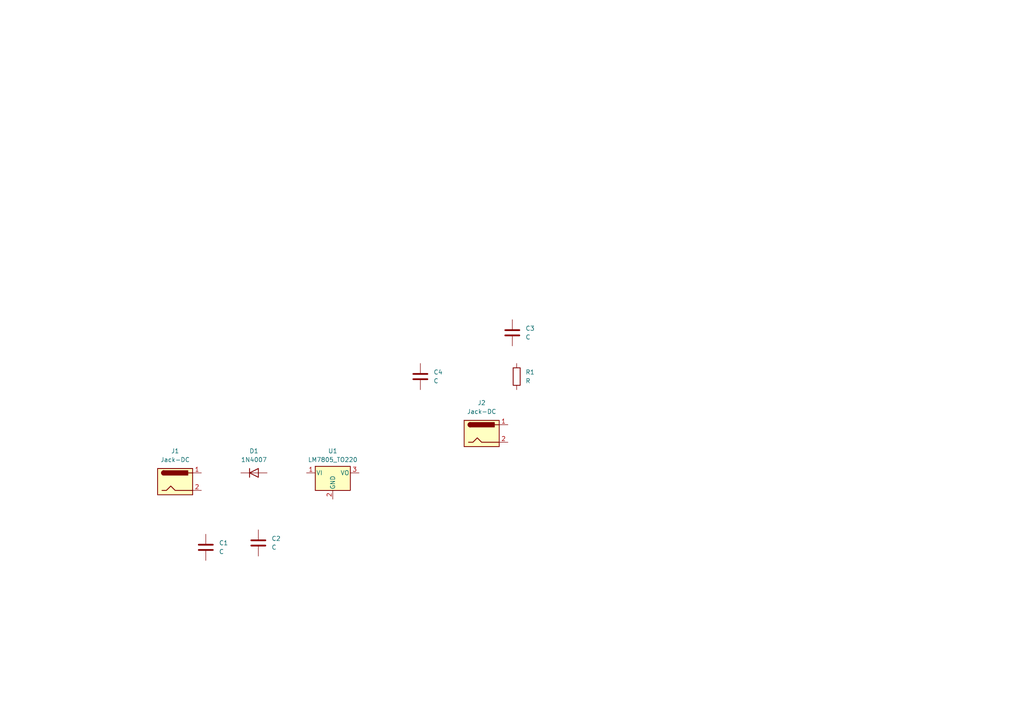
<source format=kicad_sch>
(kicad_sch
	(version 20250114)
	(generator "eeschema")
	(generator_version "9.0")
	(uuid "b661573f-5e08-43ea-bd88-17ea9646ffca")
	(paper "A4")
	(lib_symbols
		(symbol "Connector:Jack-DC"
			(pin_names
				(offset 1.016)
			)
			(exclude_from_sim no)
			(in_bom yes)
			(on_board yes)
			(property "Reference" "J"
				(at 0 5.334 0)
				(effects
					(font
						(size 1.27 1.27)
					)
				)
			)
			(property "Value" "Jack-DC"
				(at 0 -5.08 0)
				(effects
					(font
						(size 1.27 1.27)
					)
				)
			)
			(property "Footprint" ""
				(at 1.27 -1.016 0)
				(effects
					(font
						(size 1.27 1.27)
					)
					(hide yes)
				)
			)
			(property "Datasheet" "~"
				(at 1.27 -1.016 0)
				(effects
					(font
						(size 1.27 1.27)
					)
					(hide yes)
				)
			)
			(property "Description" "DC Barrel Jack"
				(at 0 0 0)
				(effects
					(font
						(size 1.27 1.27)
					)
					(hide yes)
				)
			)
			(property "ki_keywords" "DC power barrel jack connector"
				(at 0 0 0)
				(effects
					(font
						(size 1.27 1.27)
					)
					(hide yes)
				)
			)
			(property "ki_fp_filters" "BarrelJack*"
				(at 0 0 0)
				(effects
					(font
						(size 1.27 1.27)
					)
					(hide yes)
				)
			)
			(symbol "Jack-DC_0_1"
				(rectangle
					(start -5.08 3.81)
					(end 5.08 -3.81)
					(stroke
						(width 0.254)
						(type default)
					)
					(fill
						(type background)
					)
				)
				(polyline
					(pts
						(xy -3.81 -2.54) (xy -2.54 -2.54) (xy -1.27 -1.27) (xy 0 -2.54) (xy 2.54 -2.54) (xy 5.08 -2.54)
					)
					(stroke
						(width 0.254)
						(type default)
					)
					(fill
						(type none)
					)
				)
				(arc
					(start -3.302 1.905)
					(mid -3.9343 2.54)
					(end -3.302 3.175)
					(stroke
						(width 0.254)
						(type default)
					)
					(fill
						(type none)
					)
				)
				(arc
					(start -3.302 1.905)
					(mid -3.9343 2.54)
					(end -3.302 3.175)
					(stroke
						(width 0.254)
						(type default)
					)
					(fill
						(type outline)
					)
				)
				(rectangle
					(start 3.683 3.175)
					(end -3.302 1.905)
					(stroke
						(width 0.254)
						(type default)
					)
					(fill
						(type outline)
					)
				)
				(polyline
					(pts
						(xy 5.08 2.54) (xy 3.81 2.54)
					)
					(stroke
						(width 0.254)
						(type default)
					)
					(fill
						(type none)
					)
				)
			)
			(symbol "Jack-DC_1_1"
				(pin passive line
					(at 7.62 2.54 180)
					(length 2.54)
					(name "~"
						(effects
							(font
								(size 1.27 1.27)
							)
						)
					)
					(number "1"
						(effects
							(font
								(size 1.27 1.27)
							)
						)
					)
				)
				(pin passive line
					(at 7.62 -2.54 180)
					(length 2.54)
					(name "~"
						(effects
							(font
								(size 1.27 1.27)
							)
						)
					)
					(number "2"
						(effects
							(font
								(size 1.27 1.27)
							)
						)
					)
				)
			)
			(embedded_fonts no)
		)
		(symbol "Device:C"
			(pin_numbers
				(hide yes)
			)
			(pin_names
				(offset 0.254)
			)
			(exclude_from_sim no)
			(in_bom yes)
			(on_board yes)
			(property "Reference" "C"
				(at 0.635 2.54 0)
				(effects
					(font
						(size 1.27 1.27)
					)
					(justify left)
				)
			)
			(property "Value" "C"
				(at 0.635 -2.54 0)
				(effects
					(font
						(size 1.27 1.27)
					)
					(justify left)
				)
			)
			(property "Footprint" ""
				(at 0.9652 -3.81 0)
				(effects
					(font
						(size 1.27 1.27)
					)
					(hide yes)
				)
			)
			(property "Datasheet" "~"
				(at 0 0 0)
				(effects
					(font
						(size 1.27 1.27)
					)
					(hide yes)
				)
			)
			(property "Description" "Unpolarized capacitor"
				(at 0 0 0)
				(effects
					(font
						(size 1.27 1.27)
					)
					(hide yes)
				)
			)
			(property "ki_keywords" "cap capacitor"
				(at 0 0 0)
				(effects
					(font
						(size 1.27 1.27)
					)
					(hide yes)
				)
			)
			(property "ki_fp_filters" "C_*"
				(at 0 0 0)
				(effects
					(font
						(size 1.27 1.27)
					)
					(hide yes)
				)
			)
			(symbol "C_0_1"
				(polyline
					(pts
						(xy -2.032 0.762) (xy 2.032 0.762)
					)
					(stroke
						(width 0.508)
						(type default)
					)
					(fill
						(type none)
					)
				)
				(polyline
					(pts
						(xy -2.032 -0.762) (xy 2.032 -0.762)
					)
					(stroke
						(width 0.508)
						(type default)
					)
					(fill
						(type none)
					)
				)
			)
			(symbol "C_1_1"
				(pin passive line
					(at 0 3.81 270)
					(length 2.794)
					(name "~"
						(effects
							(font
								(size 1.27 1.27)
							)
						)
					)
					(number "1"
						(effects
							(font
								(size 1.27 1.27)
							)
						)
					)
				)
				(pin passive line
					(at 0 -3.81 90)
					(length 2.794)
					(name "~"
						(effects
							(font
								(size 1.27 1.27)
							)
						)
					)
					(number "2"
						(effects
							(font
								(size 1.27 1.27)
							)
						)
					)
				)
			)
			(embedded_fonts no)
		)
		(symbol "Device:R"
			(pin_numbers
				(hide yes)
			)
			(pin_names
				(offset 0)
			)
			(exclude_from_sim no)
			(in_bom yes)
			(on_board yes)
			(property "Reference" "R"
				(at 2.032 0 90)
				(effects
					(font
						(size 1.27 1.27)
					)
				)
			)
			(property "Value" "R"
				(at 0 0 90)
				(effects
					(font
						(size 1.27 1.27)
					)
				)
			)
			(property "Footprint" ""
				(at -1.778 0 90)
				(effects
					(font
						(size 1.27 1.27)
					)
					(hide yes)
				)
			)
			(property "Datasheet" "~"
				(at 0 0 0)
				(effects
					(font
						(size 1.27 1.27)
					)
					(hide yes)
				)
			)
			(property "Description" "Resistor"
				(at 0 0 0)
				(effects
					(font
						(size 1.27 1.27)
					)
					(hide yes)
				)
			)
			(property "ki_keywords" "R res resistor"
				(at 0 0 0)
				(effects
					(font
						(size 1.27 1.27)
					)
					(hide yes)
				)
			)
			(property "ki_fp_filters" "R_*"
				(at 0 0 0)
				(effects
					(font
						(size 1.27 1.27)
					)
					(hide yes)
				)
			)
			(symbol "R_0_1"
				(rectangle
					(start -1.016 -2.54)
					(end 1.016 2.54)
					(stroke
						(width 0.254)
						(type default)
					)
					(fill
						(type none)
					)
				)
			)
			(symbol "R_1_1"
				(pin passive line
					(at 0 3.81 270)
					(length 1.27)
					(name "~"
						(effects
							(font
								(size 1.27 1.27)
							)
						)
					)
					(number "1"
						(effects
							(font
								(size 1.27 1.27)
							)
						)
					)
				)
				(pin passive line
					(at 0 -3.81 90)
					(length 1.27)
					(name "~"
						(effects
							(font
								(size 1.27 1.27)
							)
						)
					)
					(number "2"
						(effects
							(font
								(size 1.27 1.27)
							)
						)
					)
				)
			)
			(embedded_fonts no)
		)
		(symbol "Diode:1N4007"
			(pin_numbers
				(hide yes)
			)
			(pin_names
				(hide yes)
			)
			(exclude_from_sim no)
			(in_bom yes)
			(on_board yes)
			(property "Reference" "D"
				(at 0 2.54 0)
				(effects
					(font
						(size 1.27 1.27)
					)
				)
			)
			(property "Value" "1N4007"
				(at 0 -2.54 0)
				(effects
					(font
						(size 1.27 1.27)
					)
				)
			)
			(property "Footprint" "Diode_THT:D_DO-41_SOD81_P10.16mm_Horizontal"
				(at 0 -4.445 0)
				(effects
					(font
						(size 1.27 1.27)
					)
					(hide yes)
				)
			)
			(property "Datasheet" "http://www.vishay.com/docs/88503/1n4001.pdf"
				(at 0 0 0)
				(effects
					(font
						(size 1.27 1.27)
					)
					(hide yes)
				)
			)
			(property "Description" "1000V 1A General Purpose Rectifier Diode, DO-41"
				(at 0 0 0)
				(effects
					(font
						(size 1.27 1.27)
					)
					(hide yes)
				)
			)
			(property "Sim.Device" "D"
				(at 0 0 0)
				(effects
					(font
						(size 1.27 1.27)
					)
					(hide yes)
				)
			)
			(property "Sim.Pins" "1=K 2=A"
				(at 0 0 0)
				(effects
					(font
						(size 1.27 1.27)
					)
					(hide yes)
				)
			)
			(property "ki_keywords" "diode"
				(at 0 0 0)
				(effects
					(font
						(size 1.27 1.27)
					)
					(hide yes)
				)
			)
			(property "ki_fp_filters" "D*DO?41*"
				(at 0 0 0)
				(effects
					(font
						(size 1.27 1.27)
					)
					(hide yes)
				)
			)
			(symbol "1N4007_0_1"
				(polyline
					(pts
						(xy -1.27 1.27) (xy -1.27 -1.27)
					)
					(stroke
						(width 0.254)
						(type default)
					)
					(fill
						(type none)
					)
				)
				(polyline
					(pts
						(xy 1.27 1.27) (xy 1.27 -1.27) (xy -1.27 0) (xy 1.27 1.27)
					)
					(stroke
						(width 0.254)
						(type default)
					)
					(fill
						(type none)
					)
				)
				(polyline
					(pts
						(xy 1.27 0) (xy -1.27 0)
					)
					(stroke
						(width 0)
						(type default)
					)
					(fill
						(type none)
					)
				)
			)
			(symbol "1N4007_1_1"
				(pin passive line
					(at -3.81 0 0)
					(length 2.54)
					(name "K"
						(effects
							(font
								(size 1.27 1.27)
							)
						)
					)
					(number "1"
						(effects
							(font
								(size 1.27 1.27)
							)
						)
					)
				)
				(pin passive line
					(at 3.81 0 180)
					(length 2.54)
					(name "A"
						(effects
							(font
								(size 1.27 1.27)
							)
						)
					)
					(number "2"
						(effects
							(font
								(size 1.27 1.27)
							)
						)
					)
				)
			)
			(embedded_fonts no)
		)
		(symbol "Regulator_Linear:LM7805_TO220"
			(pin_names
				(offset 0.254)
			)
			(exclude_from_sim no)
			(in_bom yes)
			(on_board yes)
			(property "Reference" "U"
				(at -3.81 3.175 0)
				(effects
					(font
						(size 1.27 1.27)
					)
				)
			)
			(property "Value" "LM7805_TO220"
				(at 0 3.175 0)
				(effects
					(font
						(size 1.27 1.27)
					)
					(justify left)
				)
			)
			(property "Footprint" "Package_TO_SOT_THT:TO-220-3_Vertical"
				(at 0 5.715 0)
				(effects
					(font
						(size 1.27 1.27)
						(italic yes)
					)
					(hide yes)
				)
			)
			(property "Datasheet" "https://www.onsemi.cn/PowerSolutions/document/MC7800-D.PDF"
				(at 0 -1.27 0)
				(effects
					(font
						(size 1.27 1.27)
					)
					(hide yes)
				)
			)
			(property "Description" "Positive 1A 35V Linear Regulator, Fixed Output 5V, TO-220"
				(at 0 0 0)
				(effects
					(font
						(size 1.27 1.27)
					)
					(hide yes)
				)
			)
			(property "ki_keywords" "Voltage Regulator 1A Positive"
				(at 0 0 0)
				(effects
					(font
						(size 1.27 1.27)
					)
					(hide yes)
				)
			)
			(property "ki_fp_filters" "TO?220*"
				(at 0 0 0)
				(effects
					(font
						(size 1.27 1.27)
					)
					(hide yes)
				)
			)
			(symbol "LM7805_TO220_0_1"
				(rectangle
					(start -5.08 1.905)
					(end 5.08 -5.08)
					(stroke
						(width 0.254)
						(type default)
					)
					(fill
						(type background)
					)
				)
			)
			(symbol "LM7805_TO220_1_1"
				(pin power_in line
					(at -7.62 0 0)
					(length 2.54)
					(name "VI"
						(effects
							(font
								(size 1.27 1.27)
							)
						)
					)
					(number "1"
						(effects
							(font
								(size 1.27 1.27)
							)
						)
					)
				)
				(pin power_in line
					(at 0 -7.62 90)
					(length 2.54)
					(name "GND"
						(effects
							(font
								(size 1.27 1.27)
							)
						)
					)
					(number "2"
						(effects
							(font
								(size 1.27 1.27)
							)
						)
					)
				)
				(pin power_out line
					(at 7.62 0 180)
					(length 2.54)
					(name "VO"
						(effects
							(font
								(size 1.27 1.27)
							)
						)
					)
					(number "3"
						(effects
							(font
								(size 1.27 1.27)
							)
						)
					)
				)
			)
			(embedded_fonts no)
		)
	)
	(symbol
		(lib_id "Diode:1N4007")
		(at 73.66 137.16 0)
		(unit 1)
		(exclude_from_sim no)
		(in_bom yes)
		(on_board yes)
		(dnp no)
		(fields_autoplaced yes)
		(uuid "20479f6e-4f0d-4944-a819-245f625034d9")
		(property "Reference" "D1"
			(at 73.66 130.81 0)
			(effects
				(font
					(size 1.27 1.27)
				)
			)
		)
		(property "Value" "1N4007"
			(at 73.66 133.35 0)
			(effects
				(font
					(size 1.27 1.27)
				)
			)
		)
		(property "Footprint" "Diode_THT:D_DO-41_SOD81_P10.16mm_Horizontal"
			(at 73.66 141.605 0)
			(effects
				(font
					(size 1.27 1.27)
				)
				(hide yes)
			)
		)
		(property "Datasheet" "http://www.vishay.com/docs/88503/1n4001.pdf"
			(at 73.66 137.16 0)
			(effects
				(font
					(size 1.27 1.27)
				)
				(hide yes)
			)
		)
		(property "Description" "1000V 1A General Purpose Rectifier Diode, DO-41"
			(at 73.66 137.16 0)
			(effects
				(font
					(size 1.27 1.27)
				)
				(hide yes)
			)
		)
		(property "Sim.Device" "D"
			(at 73.66 137.16 0)
			(effects
				(font
					(size 1.27 1.27)
				)
				(hide yes)
			)
		)
		(property "Sim.Pins" "1=K 2=A"
			(at 73.66 137.16 0)
			(effects
				(font
					(size 1.27 1.27)
				)
				(hide yes)
			)
		)
		(pin "2"
			(uuid "b1756d82-f0d0-488e-b1de-312e8c3a55de")
		)
		(pin "1"
			(uuid "a52194bf-51e6-44bb-baf4-43c032500048")
		)
		(instances
			(project ""
				(path "/b661573f-5e08-43ea-bd88-17ea9646ffca"
					(reference "D1")
					(unit 1)
				)
			)
		)
	)
	(symbol
		(lib_id "Regulator_Linear:LM7805_TO220")
		(at 96.52 137.16 0)
		(unit 1)
		(exclude_from_sim no)
		(in_bom yes)
		(on_board yes)
		(dnp no)
		(fields_autoplaced yes)
		(uuid "6d3c8fa9-e803-4eb5-bf49-c9222da3d8da")
		(property "Reference" "U1"
			(at 96.52 130.81 0)
			(effects
				(font
					(size 1.27 1.27)
				)
			)
		)
		(property "Value" "LM7805_TO220"
			(at 96.52 133.35 0)
			(effects
				(font
					(size 1.27 1.27)
				)
			)
		)
		(property "Footprint" "Package_TO_SOT_THT:TO-220-3_Vertical"
			(at 96.52 131.445 0)
			(effects
				(font
					(size 1.27 1.27)
					(italic yes)
				)
				(hide yes)
			)
		)
		(property "Datasheet" "https://www.onsemi.cn/PowerSolutions/document/MC7800-D.PDF"
			(at 96.52 138.43 0)
			(effects
				(font
					(size 1.27 1.27)
				)
				(hide yes)
			)
		)
		(property "Description" "Positive 1A 35V Linear Regulator, Fixed Output 5V, TO-220"
			(at 96.52 137.16 0)
			(effects
				(font
					(size 1.27 1.27)
				)
				(hide yes)
			)
		)
		(pin "1"
			(uuid "f6fc6544-8de4-4e9c-90c7-bb0ea17068cd")
		)
		(pin "2"
			(uuid "f1451f35-be7d-45f1-af21-78daedbcdf79")
		)
		(pin "3"
			(uuid "97193368-19ab-4696-8e80-8e8e3dfda8f2")
		)
		(instances
			(project ""
				(path "/b661573f-5e08-43ea-bd88-17ea9646ffca"
					(reference "U1")
					(unit 1)
				)
			)
		)
	)
	(symbol
		(lib_id "Device:C")
		(at 74.93 157.48 0)
		(unit 1)
		(exclude_from_sim no)
		(in_bom yes)
		(on_board yes)
		(dnp no)
		(fields_autoplaced yes)
		(uuid "7e20abf1-9985-4563-85eb-6885a26bd00a")
		(property "Reference" "C2"
			(at 78.74 156.2099 0)
			(effects
				(font
					(size 1.27 1.27)
				)
				(justify left)
			)
		)
		(property "Value" "C"
			(at 78.74 158.7499 0)
			(effects
				(font
					(size 1.27 1.27)
				)
				(justify left)
			)
		)
		(property "Footprint" ""
			(at 75.8952 161.29 0)
			(effects
				(font
					(size 1.27 1.27)
				)
				(hide yes)
			)
		)
		(property "Datasheet" "~"
			(at 74.93 157.48 0)
			(effects
				(font
					(size 1.27 1.27)
				)
				(hide yes)
			)
		)
		(property "Description" "Unpolarized capacitor"
			(at 74.93 157.48 0)
			(effects
				(font
					(size 1.27 1.27)
				)
				(hide yes)
			)
		)
		(pin "2"
			(uuid "b2423728-653c-4ecd-847f-efeb666d1647")
		)
		(pin "1"
			(uuid "60c620f8-b973-4041-bdad-57fd552bb243")
		)
		(instances
			(project ""
				(path "/b661573f-5e08-43ea-bd88-17ea9646ffca"
					(reference "C2")
					(unit 1)
				)
			)
		)
	)
	(symbol
		(lib_id "Device:C")
		(at 59.69 158.75 0)
		(unit 1)
		(exclude_from_sim no)
		(in_bom yes)
		(on_board yes)
		(dnp no)
		(fields_autoplaced yes)
		(uuid "7ea20122-3e71-4c05-be68-9ef615a17223")
		(property "Reference" "C1"
			(at 63.5 157.4799 0)
			(effects
				(font
					(size 1.27 1.27)
				)
				(justify left)
			)
		)
		(property "Value" "C"
			(at 63.5 160.0199 0)
			(effects
				(font
					(size 1.27 1.27)
				)
				(justify left)
			)
		)
		(property "Footprint" ""
			(at 60.6552 162.56 0)
			(effects
				(font
					(size 1.27 1.27)
				)
				(hide yes)
			)
		)
		(property "Datasheet" "~"
			(at 59.69 158.75 0)
			(effects
				(font
					(size 1.27 1.27)
				)
				(hide yes)
			)
		)
		(property "Description" "Unpolarized capacitor"
			(at 59.69 158.75 0)
			(effects
				(font
					(size 1.27 1.27)
				)
				(hide yes)
			)
		)
		(pin "2"
			(uuid "1e25202a-d91f-48a0-927f-d642b0fa3673")
		)
		(pin "1"
			(uuid "d14d6fd5-ed3a-45e2-ad8c-f1368d8ccd99")
		)
		(instances
			(project ""
				(path "/b661573f-5e08-43ea-bd88-17ea9646ffca"
					(reference "C1")
					(unit 1)
				)
			)
		)
	)
	(symbol
		(lib_id "Device:C")
		(at 148.59 96.52 0)
		(unit 1)
		(exclude_from_sim no)
		(in_bom yes)
		(on_board yes)
		(dnp no)
		(fields_autoplaced yes)
		(uuid "a43e005e-18ef-4ce3-bece-34c2813b3365")
		(property "Reference" "C3"
			(at 152.4 95.2499 0)
			(effects
				(font
					(size 1.27 1.27)
				)
				(justify left)
			)
		)
		(property "Value" "C"
			(at 152.4 97.7899 0)
			(effects
				(font
					(size 1.27 1.27)
				)
				(justify left)
			)
		)
		(property "Footprint" ""
			(at 149.5552 100.33 0)
			(effects
				(font
					(size 1.27 1.27)
				)
				(hide yes)
			)
		)
		(property "Datasheet" "~"
			(at 148.59 96.52 0)
			(effects
				(font
					(size 1.27 1.27)
				)
				(hide yes)
			)
		)
		(property "Description" "Unpolarized capacitor"
			(at 148.59 96.52 0)
			(effects
				(font
					(size 1.27 1.27)
				)
				(hide yes)
			)
		)
		(pin "2"
			(uuid "288a634c-97f7-41d9-baa5-475b93b7a688")
		)
		(pin "1"
			(uuid "798f3e87-58eb-4c1c-8aef-f87973a6571a")
		)
		(instances
			(project ""
				(path "/b661573f-5e08-43ea-bd88-17ea9646ffca"
					(reference "C3")
					(unit 1)
				)
			)
		)
	)
	(symbol
		(lib_id "Device:C")
		(at 121.92 109.22 0)
		(unit 1)
		(exclude_from_sim no)
		(in_bom yes)
		(on_board yes)
		(dnp no)
		(fields_autoplaced yes)
		(uuid "b97332d2-2c9e-4572-971c-961084aa389e")
		(property "Reference" "C4"
			(at 125.73 107.9499 0)
			(effects
				(font
					(size 1.27 1.27)
				)
				(justify left)
			)
		)
		(property "Value" "C"
			(at 125.73 110.4899 0)
			(effects
				(font
					(size 1.27 1.27)
				)
				(justify left)
			)
		)
		(property "Footprint" ""
			(at 122.8852 113.03 0)
			(effects
				(font
					(size 1.27 1.27)
				)
				(hide yes)
			)
		)
		(property "Datasheet" "~"
			(at 121.92 109.22 0)
			(effects
				(font
					(size 1.27 1.27)
				)
				(hide yes)
			)
		)
		(property "Description" "Unpolarized capacitor"
			(at 121.92 109.22 0)
			(effects
				(font
					(size 1.27 1.27)
				)
				(hide yes)
			)
		)
		(pin "2"
			(uuid "af9bc241-851c-40b1-8f0a-b5bd4fdf76e0")
		)
		(pin "1"
			(uuid "87d19f7f-fa23-4ec0-abca-82b7c6759a75")
		)
		(instances
			(project ""
				(path "/b661573f-5e08-43ea-bd88-17ea9646ffca"
					(reference "C4")
					(unit 1)
				)
			)
		)
	)
	(symbol
		(lib_id "Device:R")
		(at 149.86 109.22 0)
		(unit 1)
		(exclude_from_sim no)
		(in_bom yes)
		(on_board yes)
		(dnp no)
		(fields_autoplaced yes)
		(uuid "b9a2e1aa-7418-4b9e-8d85-ec32808b6310")
		(property "Reference" "R1"
			(at 152.4 107.9499 0)
			(effects
				(font
					(size 1.27 1.27)
				)
				(justify left)
			)
		)
		(property "Value" "R"
			(at 152.4 110.4899 0)
			(effects
				(font
					(size 1.27 1.27)
				)
				(justify left)
			)
		)
		(property "Footprint" ""
			(at 148.082 109.22 90)
			(effects
				(font
					(size 1.27 1.27)
				)
				(hide yes)
			)
		)
		(property "Datasheet" "~"
			(at 149.86 109.22 0)
			(effects
				(font
					(size 1.27 1.27)
				)
				(hide yes)
			)
		)
		(property "Description" "Resistor"
			(at 149.86 109.22 0)
			(effects
				(font
					(size 1.27 1.27)
				)
				(hide yes)
			)
		)
		(pin "2"
			(uuid "4c25c79b-350a-4f8a-89ac-9ca246747544")
		)
		(pin "1"
			(uuid "f93aae67-4faa-4739-9d23-a10c347c5368")
		)
		(instances
			(project ""
				(path "/b661573f-5e08-43ea-bd88-17ea9646ffca"
					(reference "R1")
					(unit 1)
				)
			)
		)
	)
	(symbol
		(lib_id "Connector:Jack-DC")
		(at 139.7 125.73 0)
		(unit 1)
		(exclude_from_sim no)
		(in_bom yes)
		(on_board yes)
		(dnp no)
		(fields_autoplaced yes)
		(uuid "f060f0e2-cefd-4b3e-961b-7786ddb0b43e")
		(property "Reference" "J2"
			(at 139.7 116.84 0)
			(effects
				(font
					(size 1.27 1.27)
				)
			)
		)
		(property "Value" "Jack-DC"
			(at 139.7 119.38 0)
			(effects
				(font
					(size 1.27 1.27)
				)
			)
		)
		(property "Footprint" ""
			(at 140.97 126.746 0)
			(effects
				(font
					(size 1.27 1.27)
				)
				(hide yes)
			)
		)
		(property "Datasheet" "~"
			(at 140.97 126.746 0)
			(effects
				(font
					(size 1.27 1.27)
				)
				(hide yes)
			)
		)
		(property "Description" "DC Barrel Jack"
			(at 139.7 125.73 0)
			(effects
				(font
					(size 1.27 1.27)
				)
				(hide yes)
			)
		)
		(pin "2"
			(uuid "0d264b3c-cfac-45c3-a076-526818e307d0")
		)
		(pin "1"
			(uuid "bec397da-dbd4-4c87-95f6-b4795e4d9218")
		)
		(instances
			(project ""
				(path "/b661573f-5e08-43ea-bd88-17ea9646ffca"
					(reference "J2")
					(unit 1)
				)
			)
		)
	)
	(symbol
		(lib_id "Connector:Jack-DC")
		(at 50.8 139.7 0)
		(unit 1)
		(exclude_from_sim no)
		(in_bom yes)
		(on_board yes)
		(dnp no)
		(fields_autoplaced yes)
		(uuid "f3ba3145-6518-4c60-a15d-8245624556d8")
		(property "Reference" "J1"
			(at 50.8 130.81 0)
			(effects
				(font
					(size 1.27 1.27)
				)
			)
		)
		(property "Value" "Jack-DC"
			(at 50.8 133.35 0)
			(effects
				(font
					(size 1.27 1.27)
				)
			)
		)
		(property "Footprint" ""
			(at 52.07 140.716 0)
			(effects
				(font
					(size 1.27 1.27)
				)
				(hide yes)
			)
		)
		(property "Datasheet" "~"
			(at 52.07 140.716 0)
			(effects
				(font
					(size 1.27 1.27)
				)
				(hide yes)
			)
		)
		(property "Description" "DC Barrel Jack"
			(at 50.8 139.7 0)
			(effects
				(font
					(size 1.27 1.27)
				)
				(hide yes)
			)
		)
		(pin "2"
			(uuid "d88faf31-1cc6-4deb-b3e5-a5cc4bc130b1")
		)
		(pin "1"
			(uuid "1d5aa34e-410c-43af-a135-393e2e7d4372")
		)
		(instances
			(project ""
				(path "/b661573f-5e08-43ea-bd88-17ea9646ffca"
					(reference "J1")
					(unit 1)
				)
			)
		)
	)
	(sheet_instances
		(path "/"
			(page "1")
		)
	)
	(embedded_fonts no)
)

</source>
